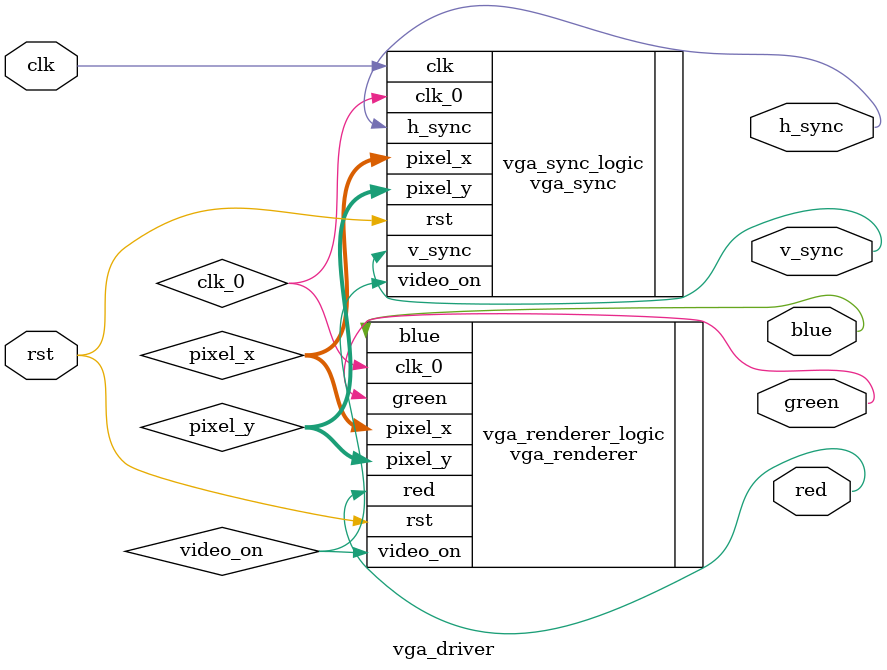
<source format=v>
module vga_driver (
    input clk,              // 50MHz clock
    input rst,              // Reset button

    output h_sync,          // Horizontal sync pulse
    output v_sync,          // Vertical sync pulse

    output red,             // Pixel red value (single bit, 0v or 0.7v)
    output green,           // Pixel green value (single bit, 0v or 0.7v)
    output blue             // Pixel blue value (single bit, 0v or 0.7v)
    );

    wire clk_0;             // Intermediate wire to connect 25MHz clock between modules

    wire [9:0] pixel_x;     // Horizontal pixel coordinate (from 0)
    wire [9:0] pixel_y;     // Vertical pixel coordinate (from 0)

    wire video_on;          // Whether or not we are in the active video region

    vga_sync vga_sync_logic (
        .clk(clk),
        .rst(rst),
        .clk_0(clk_0),
        .h_sync(h_sync),
        .v_sync(v_sync),
        .pixel_x(pixel_x),
        .pixel_y(pixel_y),
        .video_on(video_on)
    );

    vga_renderer vga_renderer_logic (
        .clk_0(clk_0),
        .rst(rst),
        .pixel_x(pixel_x),
        .pixel_y(pixel_y),
        .video_on(video_on),
        .red(red),
        .green(green),
        .blue(blue)
    );

endmodule
</source>
